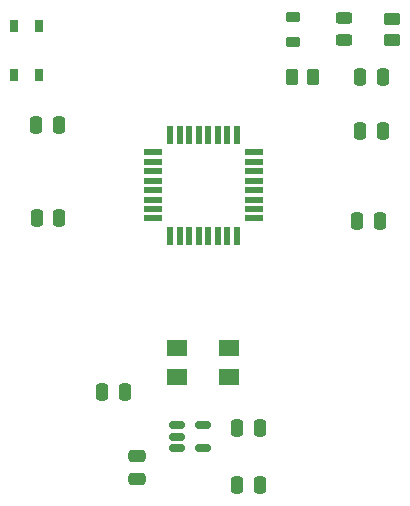
<source format=gtp>
%TF.GenerationSoftware,KiCad,Pcbnew,7.0.9*%
%TF.CreationDate,2024-03-20T17:49:37+05:30*%
%TF.ProjectId,Valentino,56616c65-6e74-4696-9e6f-2e6b69636164,v01*%
%TF.SameCoordinates,Original*%
%TF.FileFunction,Paste,Top*%
%TF.FilePolarity,Positive*%
%FSLAX46Y46*%
G04 Gerber Fmt 4.6, Leading zero omitted, Abs format (unit mm)*
G04 Created by KiCad (PCBNEW 7.0.9) date 2024-03-20 17:49:37*
%MOMM*%
%LPD*%
G01*
G04 APERTURE LIST*
G04 Aperture macros list*
%AMRoundRect*
0 Rectangle with rounded corners*
0 $1 Rounding radius*
0 $2 $3 $4 $5 $6 $7 $8 $9 X,Y pos of 4 corners*
0 Add a 4 corners polygon primitive as box body*
4,1,4,$2,$3,$4,$5,$6,$7,$8,$9,$2,$3,0*
0 Add four circle primitives for the rounded corners*
1,1,$1+$1,$2,$3*
1,1,$1+$1,$4,$5*
1,1,$1+$1,$6,$7*
1,1,$1+$1,$8,$9*
0 Add four rect primitives between the rounded corners*
20,1,$1+$1,$2,$3,$4,$5,0*
20,1,$1+$1,$4,$5,$6,$7,0*
20,1,$1+$1,$6,$7,$8,$9,0*
20,1,$1+$1,$8,$9,$2,$3,0*%
G04 Aperture macros list end*
%ADD10RoundRect,0.250000X-0.250000X-0.475000X0.250000X-0.475000X0.250000X0.475000X-0.250000X0.475000X0*%
%ADD11RoundRect,0.243750X0.456250X-0.243750X0.456250X0.243750X-0.456250X0.243750X-0.456250X-0.243750X0*%
%ADD12RoundRect,0.250000X0.250000X0.475000X-0.250000X0.475000X-0.250000X-0.475000X0.250000X-0.475000X0*%
%ADD13RoundRect,0.250000X0.450000X-0.262500X0.450000X0.262500X-0.450000X0.262500X-0.450000X-0.262500X0*%
%ADD14R,1.600000X0.550000*%
%ADD15R,0.550000X1.600000*%
%ADD16RoundRect,0.150000X-0.512500X-0.150000X0.512500X-0.150000X0.512500X0.150000X-0.512500X0.150000X0*%
%ADD17R,1.800000X1.400000*%
%ADD18R,0.650000X1.050000*%
%ADD19RoundRect,0.250000X0.262500X0.450000X-0.262500X0.450000X-0.262500X-0.450000X0.262500X-0.450000X0*%
%ADD20RoundRect,0.250000X-0.475000X0.250000X-0.475000X-0.250000X0.475000X-0.250000X0.475000X0.250000X0*%
%ADD21RoundRect,0.218750X0.381250X-0.218750X0.381250X0.218750X-0.381250X0.218750X-0.381250X-0.218750X0*%
G04 APERTURE END LIST*
D10*
%TO.C,C9*%
X155260000Y-108204000D03*
X157160000Y-108204000D03*
%TD*%
D11*
%TO.C,D2*%
X164338000Y-75359500D03*
X164338000Y-73484500D03*
%TD*%
D12*
%TO.C,C8*%
X167574000Y-78486000D03*
X165674000Y-78486000D03*
%TD*%
D13*
%TO.C,R2*%
X168402000Y-75334500D03*
X168402000Y-73509500D03*
%TD*%
D14*
%TO.C,U1*%
X148150000Y-84830000D03*
X148150000Y-85630000D03*
X148150000Y-86430000D03*
X148150000Y-87230000D03*
X148150000Y-88030000D03*
X148150000Y-88830000D03*
X148150000Y-89630000D03*
X148150000Y-90430000D03*
D15*
X149600000Y-91880000D03*
X150400000Y-91880000D03*
X151200000Y-91880000D03*
X152000000Y-91880000D03*
X152800000Y-91880000D03*
X153600000Y-91880000D03*
X154400000Y-91880000D03*
X155200000Y-91880000D03*
D14*
X156650000Y-90430000D03*
X156650000Y-89630000D03*
X156650000Y-88830000D03*
X156650000Y-88030000D03*
X156650000Y-87230000D03*
X156650000Y-86430000D03*
X156650000Y-85630000D03*
X156650000Y-84830000D03*
D15*
X155200000Y-83380000D03*
X154400000Y-83380000D03*
X153600000Y-83380000D03*
X152800000Y-83380000D03*
X152000000Y-83380000D03*
X151200000Y-83380000D03*
X150400000Y-83380000D03*
X149600000Y-83380000D03*
%TD*%
D12*
%TO.C,C1*%
X140142000Y-82550000D03*
X138242000Y-82550000D03*
%TD*%
%TO.C,C6*%
X167320000Y-90678000D03*
X165420000Y-90678000D03*
%TD*%
D10*
%TO.C,C3*%
X143830000Y-105156000D03*
X145730000Y-105156000D03*
%TD*%
D16*
%TO.C,U3*%
X150125000Y-107950000D03*
X150125000Y-108900000D03*
X150125000Y-109850000D03*
X152400000Y-109850000D03*
X152400000Y-107950000D03*
%TD*%
D12*
%TO.C,C5*%
X167574000Y-83058000D03*
X165674000Y-83058000D03*
%TD*%
D10*
%TO.C,C2*%
X138308000Y-90424000D03*
X140208000Y-90424000D03*
%TD*%
D17*
%TO.C,Y2*%
X150200000Y-103830000D03*
X154600000Y-103830000D03*
X154600000Y-101430000D03*
X150200000Y-101430000D03*
%TD*%
D10*
%TO.C,C4*%
X155260000Y-113030000D03*
X157160000Y-113030000D03*
%TD*%
D18*
%TO.C,SW1*%
X136325000Y-78275000D03*
X136325000Y-74125000D03*
X138475000Y-78275000D03*
X138475000Y-74125000D03*
%TD*%
D19*
%TO.C,R1*%
X161694500Y-78486000D03*
X159869500Y-78486000D03*
%TD*%
D20*
%TO.C,C7*%
X146812000Y-110556000D03*
X146812000Y-112456000D03*
%TD*%
D21*
%TO.C,L1*%
X160020000Y-75484500D03*
X160020000Y-73359500D03*
%TD*%
M02*

</source>
